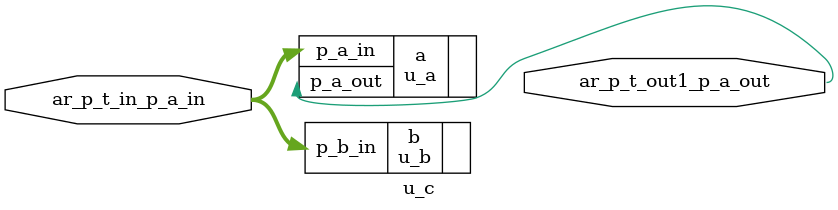
<source format=v>
`include "defines.v"

module u_c(ar_p_t_in_p_a_in,
           ar_p_t_out1_p_a_out);
// Location of source csl unit: file name = ar3b.csl line number = 40
  input [2 - 1:0] ar_p_t_in_p_a_in;
  output [1 - 1:0] ar_p_t_out1_p_a_out;
  u_a a(.p_a_in(ar_p_t_in_p_a_in),
        .p_a_out(ar_p_t_out1_p_a_out));
  u_b b(.p_b_in(ar_p_t_in_p_a_in));
  `include "u_c.logic.v"
endmodule


</source>
